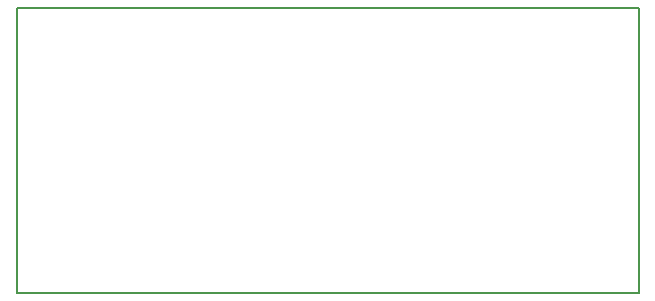
<source format=gm1>
G04 #@! TF.GenerationSoftware,KiCad,Pcbnew,5.0.2-1.fc29*
G04 #@! TF.CreationDate,2019-03-03T12:16:21+01:00*
G04 #@! TF.ProjectId,rpi-extension,7270692d-6578-4746-956e-73696f6e2e6b,rev?*
G04 #@! TF.SameCoordinates,Original*
G04 #@! TF.FileFunction,Profile,NP*
%FSLAX46Y46*%
G04 Gerber Fmt 4.6, Leading zero omitted, Abs format (unit mm)*
G04 Created by KiCad (PCBNEW 5.0.2-1.fc29) date Sun 03 Mar 2019 12:16:21 PM CET*
%MOMM*%
%LPD*%
G01*
G04 APERTURE LIST*
%ADD10C,0.150000*%
G04 APERTURE END LIST*
D10*
X139700000Y-71120000D02*
X86995000Y-71120000D01*
X139700000Y-95250000D02*
X139700000Y-71120000D01*
X86995000Y-95250000D02*
X139700000Y-95250000D01*
X86995000Y-71120000D02*
X86995000Y-95250000D01*
M02*

</source>
